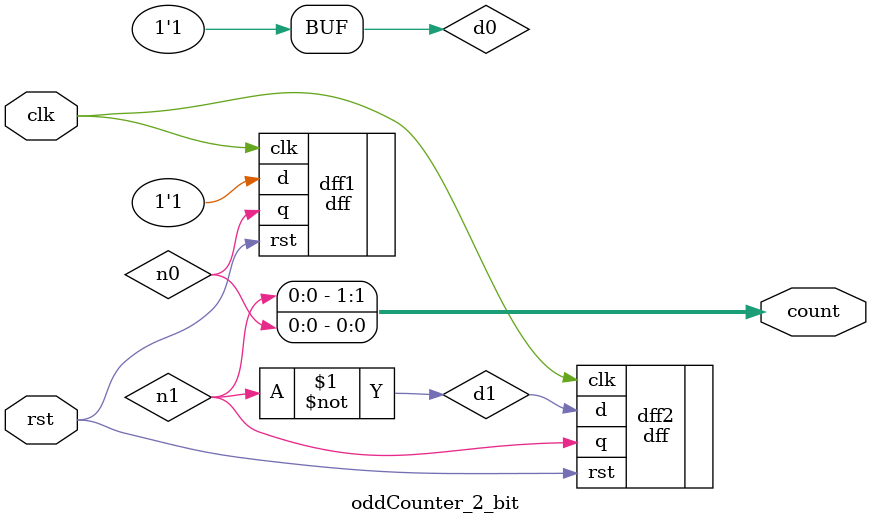
<source format=v>
`timescale 1ns / 1ps

module oddCounter_2_bit( input clk,rst,
                          output [1:0] count
                        );
wire d0,d1;
wire n0,n1;

assign count = {n1,n0};

assign d0 = 1'd1;
assign d1 = ~n1;

dff dff1(.d(d0), .clk(clk), .rst(rst), .q(n0));
dff dff2(.d(d1), .clk(clk), .rst(rst), .q(n1));


endmodule

</source>
